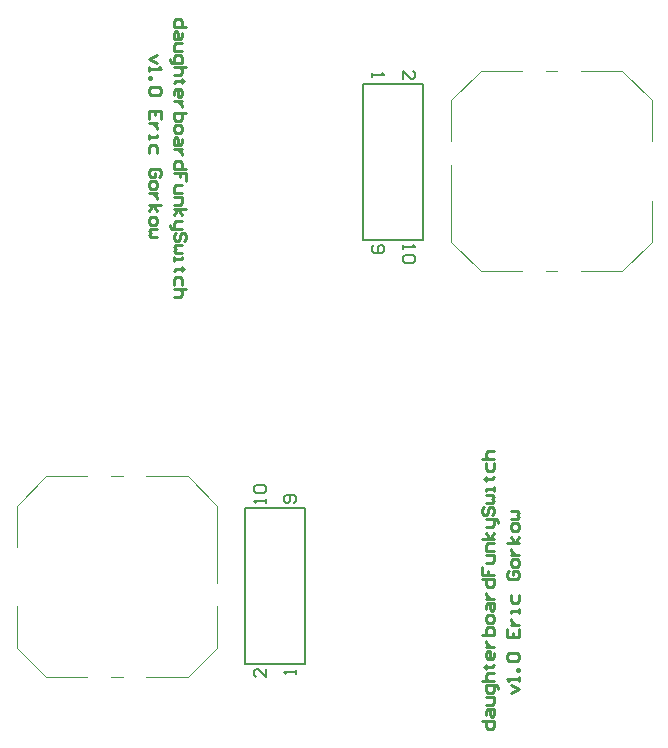
<source format=gto>
G04*
G04 #@! TF.GenerationSoftware,Altium Limited,Altium Designer,18.1.11 (251)*
G04*
G04 Layer_Color=65535*
%FSLAX25Y25*%
%MOIN*%
G70*
G01*
G75*
%ADD10C,0.00787*%
%ADD11C,0.00394*%
%ADD12C,0.01000*%
%ADD13C,0.00600*%
D10*
X234028Y249858D02*
Y301826D01*
X214028Y249858D02*
X234028D01*
X214028D02*
Y301826D01*
X234028D01*
X174658Y108670D02*
X194658D01*
Y160639D01*
X174658D02*
X194658D01*
X174658Y108670D02*
Y160639D01*
D11*
X274814Y239420D02*
X278751D01*
X274814Y306349D02*
X278751D01*
X253160Y239420D02*
X266940D01*
X243318Y249262D02*
X253160Y239420D01*
X243318Y249262D02*
Y274853D01*
Y282727D02*
Y296506D01*
X253160Y306349D01*
X266940D01*
X286625Y239420D02*
X300404D01*
X310247Y249262D01*
Y263042D01*
Y282727D02*
Y296506D01*
X300404Y306349D02*
X310247Y296506D01*
X286625Y306349D02*
X300404D01*
X129926Y171075D02*
X133863D01*
X129926Y104146D02*
X133863D01*
X141737Y171075D02*
X155516D01*
X165359Y161232D01*
Y135642D02*
Y161232D01*
Y113988D02*
Y127768D01*
X155516Y104146D02*
X165359Y113988D01*
X141737Y104146D02*
X155516D01*
X108272Y171075D02*
X122052D01*
X98430Y161232D02*
X108272Y171075D01*
X98430Y147453D02*
Y161232D01*
Y113988D02*
Y127768D01*
Y113988D02*
X108272Y104146D01*
X122052D01*
D12*
X155030Y320829D02*
X151031D01*
Y322829D01*
X151698Y323495D01*
X153031D01*
X153697Y322829D01*
Y320829D01*
Y318830D02*
Y317497D01*
X153031Y316830D01*
X151031D01*
Y318830D01*
X151698Y319496D01*
X152364Y318830D01*
Y316830D01*
X153697Y315498D02*
X151698D01*
X151031Y314831D01*
Y312832D01*
X153697D01*
X149698Y310166D02*
Y309500D01*
X150365Y308833D01*
X153697D01*
Y310832D01*
X153031Y311499D01*
X151698D01*
X151031Y310832D01*
Y308833D01*
X155030Y307500D02*
X151031D01*
X153031D01*
X153697Y306834D01*
Y305501D01*
X153031Y304834D01*
X151031D01*
X154364Y302835D02*
X153697D01*
Y303501D01*
Y302168D01*
Y302835D01*
X151698D01*
X151031Y302168D01*
Y298170D02*
Y299503D01*
X151698Y300169D01*
X153031D01*
X153697Y299503D01*
Y298170D01*
X153031Y297503D01*
X152364D01*
Y300169D01*
X153697Y296170D02*
X151031D01*
X152364D01*
X153031Y295504D01*
X153697Y294838D01*
Y294171D01*
X155030Y292172D02*
X151031D01*
Y290172D01*
X151698Y289506D01*
X152364D01*
X153031D01*
X153697Y290172D01*
Y292172D01*
X151031Y287507D02*
Y286174D01*
X151698Y285507D01*
X153031D01*
X153697Y286174D01*
Y287507D01*
X153031Y288173D01*
X151698D01*
X151031Y287507D01*
X153697Y283508D02*
Y282175D01*
X153031Y281508D01*
X151031D01*
Y283508D01*
X151698Y284174D01*
X152364Y283508D01*
Y281508D01*
X153697Y280176D02*
X151031D01*
X152364D01*
X153031Y279509D01*
X153697Y278843D01*
Y278176D01*
X155030Y273511D02*
X151031D01*
Y275510D01*
X151698Y276177D01*
X153031D01*
X153697Y275510D01*
Y273511D01*
X155030Y269512D02*
Y272178D01*
X153031D01*
Y270845D01*
Y272178D01*
X151031D01*
X153697Y268179D02*
X151698D01*
X151031Y267513D01*
Y265514D01*
X153697D01*
X151031Y264181D02*
X153697D01*
Y262181D01*
X153031Y261515D01*
X151031D01*
Y260182D02*
X155030D01*
X152364D02*
X153697Y258183D01*
X152364Y260182D02*
X151031Y258183D01*
X153697Y256183D02*
X151698D01*
X151031Y255517D01*
Y253518D01*
X150365D01*
X149698Y254184D01*
Y254851D01*
X151031Y253518D02*
X153697D01*
X154364Y249519D02*
X155030Y250185D01*
Y251518D01*
X154364Y252185D01*
X153697D01*
X153031Y251518D01*
Y250185D01*
X152364Y249519D01*
X151698D01*
X151031Y250185D01*
Y251518D01*
X151698Y252185D01*
X153697Y248186D02*
X151698D01*
X151031Y247519D01*
X151698Y246853D01*
X151031Y246187D01*
X151698Y245520D01*
X153697D01*
X151031Y244187D02*
Y242854D01*
Y243521D01*
X153697D01*
Y244187D01*
X154364Y240189D02*
X153697D01*
Y240855D01*
Y239522D01*
Y240189D01*
X151698D01*
X151031Y239522D01*
X153697Y234857D02*
Y236856D01*
X153031Y237523D01*
X151698D01*
X151031Y236856D01*
Y234857D01*
X155030Y233524D02*
X151031D01*
X153031D01*
X153697Y232857D01*
Y231525D01*
X153031Y230858D01*
X151031D01*
X145166Y311499D02*
X142500Y310166D01*
X145166Y308833D01*
X142500Y307500D02*
Y306167D01*
Y306834D01*
X146499D01*
X145832Y307500D01*
X142500Y304168D02*
X143166D01*
Y303501D01*
X142500D01*
Y304168D01*
X145832Y300836D02*
X146499Y300169D01*
Y298836D01*
X145832Y298170D01*
X143166D01*
X142500Y298836D01*
Y300169D01*
X143166Y300836D01*
X145832D01*
X146499Y290172D02*
Y292838D01*
X142500D01*
Y290172D01*
X144499Y292838D02*
Y291505D01*
X145166Y288840D02*
X142500D01*
X143833D01*
X144499Y288173D01*
X145166Y287507D01*
Y286840D01*
X142500Y284841D02*
Y283508D01*
Y284174D01*
X145166D01*
Y284841D01*
Y278843D02*
Y280842D01*
X144499Y281508D01*
X143166D01*
X142500Y280842D01*
Y278843D01*
X145832Y270845D02*
X146499Y271512D01*
Y272845D01*
X145832Y273511D01*
X143166D01*
X142500Y272845D01*
Y271512D01*
X143166Y270845D01*
X144499D01*
Y272178D01*
X142500Y268846D02*
Y267513D01*
X143166Y266847D01*
X144499D01*
X145166Y267513D01*
Y268846D01*
X144499Y269512D01*
X143166D01*
X142500Y268846D01*
X145166Y265514D02*
X142500D01*
X143833D01*
X144499Y264847D01*
X145166Y264181D01*
Y263514D01*
X142500Y261515D02*
X146499D01*
X143833D02*
X145166Y259516D01*
X143833Y261515D02*
X142500Y259516D01*
Y256850D02*
Y255517D01*
X143166Y254851D01*
X144499D01*
X145166Y255517D01*
Y256850D01*
X144499Y257516D01*
X143166D01*
X142500Y256850D01*
X145166Y253518D02*
X143166D01*
X142500Y252851D01*
X143166Y252185D01*
X142500Y251518D01*
X143166Y250852D01*
X145166D01*
X253470Y89666D02*
X257469D01*
Y87666D01*
X256802Y87000D01*
X255469D01*
X254803Y87666D01*
Y89666D01*
Y91665D02*
Y92998D01*
X255469Y93664D01*
X257469D01*
Y91665D01*
X256802Y90999D01*
X256136Y91665D01*
Y93664D01*
X254803Y94997D02*
X256802D01*
X257469Y95664D01*
Y97663D01*
X254803D01*
X258802Y100329D02*
Y100996D01*
X258135Y101662D01*
X254803D01*
Y99663D01*
X255469Y98996D01*
X256802D01*
X257469Y99663D01*
Y101662D01*
X253470Y102995D02*
X257469D01*
X255469D01*
X254803Y103661D01*
Y104994D01*
X255469Y105661D01*
X257469D01*
X254136Y107660D02*
X254803D01*
Y106994D01*
Y108326D01*
Y107660D01*
X256802D01*
X257469Y108326D01*
Y112325D02*
Y110992D01*
X256802Y110326D01*
X255469D01*
X254803Y110992D01*
Y112325D01*
X255469Y112992D01*
X256136D01*
Y110326D01*
X254803Y114324D02*
X257469D01*
X256136D01*
X255469Y114991D01*
X254803Y115657D01*
Y116324D01*
X253470Y118323D02*
X257469D01*
Y120323D01*
X256802Y120989D01*
X256136D01*
X255469D01*
X254803Y120323D01*
Y118323D01*
X257469Y122988D02*
Y124321D01*
X256802Y124988D01*
X255469D01*
X254803Y124321D01*
Y122988D01*
X255469Y122322D01*
X256802D01*
X257469Y122988D01*
X254803Y126987D02*
Y128320D01*
X255469Y128986D01*
X257469D01*
Y126987D01*
X256802Y126321D01*
X256136Y126987D01*
Y128986D01*
X254803Y130319D02*
X257469D01*
X256136D01*
X255469Y130986D01*
X254803Y131652D01*
Y132319D01*
X253470Y136984D02*
X257469D01*
Y134985D01*
X256802Y134318D01*
X255469D01*
X254803Y134985D01*
Y136984D01*
X253470Y140983D02*
Y138317D01*
X255469D01*
Y139650D01*
Y138317D01*
X257469D01*
X254803Y142315D02*
X256802D01*
X257469Y142982D01*
Y144981D01*
X254803D01*
X257469Y146314D02*
X254803D01*
Y148314D01*
X255469Y148980D01*
X257469D01*
Y150313D02*
X253470D01*
X256136D02*
X254803Y152312D01*
X256136Y150313D02*
X257469Y152312D01*
X254803Y154312D02*
X256802D01*
X257469Y154978D01*
Y156977D01*
X258135D01*
X258802Y156311D01*
Y155645D01*
X257469Y156977D02*
X254803D01*
X254136Y160976D02*
X253470Y160310D01*
Y158977D01*
X254136Y158310D01*
X254803D01*
X255469Y158977D01*
Y160310D01*
X256136Y160976D01*
X256802D01*
X257469Y160310D01*
Y158977D01*
X256802Y158310D01*
X254803Y162309D02*
X256802D01*
X257469Y162976D01*
X256802Y163642D01*
X257469Y164308D01*
X256802Y164975D01*
X254803D01*
X257469Y166308D02*
Y167641D01*
Y166974D01*
X254803D01*
Y166308D01*
X254136Y170307D02*
X254803D01*
Y169640D01*
Y170973D01*
Y170307D01*
X256802D01*
X257469Y170973D01*
X254803Y175638D02*
Y173639D01*
X255469Y172972D01*
X256802D01*
X257469Y173639D01*
Y175638D01*
X253470Y176971D02*
X257469D01*
X255469D01*
X254803Y177637D01*
Y178970D01*
X255469Y179637D01*
X257469D01*
X263334Y98996D02*
X266000Y100329D01*
X263334Y101662D01*
X266000Y102995D02*
Y104328D01*
Y103661D01*
X262001D01*
X262668Y102995D01*
X266000Y106327D02*
X265334D01*
Y106994D01*
X266000D01*
Y106327D01*
X262668Y109659D02*
X262001Y110326D01*
Y111659D01*
X262668Y112325D01*
X265334D01*
X266000Y111659D01*
Y110326D01*
X265334Y109659D01*
X262668D01*
X262001Y120323D02*
Y117657D01*
X266000D01*
Y120323D01*
X264001Y117657D02*
Y118990D01*
X263334Y121655D02*
X266000D01*
X264667D01*
X264001Y122322D01*
X263334Y122988D01*
Y123655D01*
X266000Y125654D02*
Y126987D01*
Y126321D01*
X263334D01*
Y125654D01*
Y131652D02*
Y129653D01*
X264001Y128987D01*
X265334D01*
X266000Y129653D01*
Y131652D01*
X262668Y139650D02*
X262001Y138983D01*
Y137650D01*
X262668Y136984D01*
X265334D01*
X266000Y137650D01*
Y138983D01*
X265334Y139650D01*
X264001D01*
Y138317D01*
X266000Y141649D02*
Y142982D01*
X265334Y143648D01*
X264001D01*
X263334Y142982D01*
Y141649D01*
X264001Y140983D01*
X265334D01*
X266000Y141649D01*
X263334Y144981D02*
X266000D01*
X264667D01*
X264001Y145648D01*
X263334Y146314D01*
Y146981D01*
X266000Y148980D02*
X262001D01*
X264667D02*
X263334Y150979D01*
X264667Y148980D02*
X266000Y150979D01*
Y153645D02*
Y154978D01*
X265334Y155645D01*
X264001D01*
X263334Y154978D01*
Y153645D01*
X264001Y152979D01*
X265334D01*
X266000Y153645D01*
X263334Y156977D02*
X265334D01*
X266000Y157644D01*
X265334Y158310D01*
X266000Y158977D01*
X265334Y159643D01*
X263334D01*
D13*
X227177Y303530D02*
Y306196D01*
X229843Y303530D01*
X230510D01*
X231176Y304197D01*
Y305530D01*
X230510Y306196D01*
X216941Y305409D02*
Y304076D01*
Y304742D01*
X220940D01*
X220273Y305409D01*
X227177Y248243D02*
Y246911D01*
Y247577D01*
X231176D01*
X230510Y248243D01*
Y244911D02*
X231176Y244245D01*
Y242912D01*
X230510Y242245D01*
X227844D01*
X227177Y242912D01*
Y244245D01*
X227844Y244911D01*
X230510D01*
X217607Y248243D02*
X216941Y247577D01*
Y246244D01*
X217607Y245578D01*
X220273D01*
X220940Y246244D01*
Y247577D01*
X220273Y248243D01*
X219607D01*
X218940Y247577D01*
Y245578D01*
X191078Y162253D02*
X191744Y162919D01*
Y164252D01*
X191078Y164918D01*
X188412D01*
X187745Y164252D01*
Y162919D01*
X188412Y162253D01*
X189078D01*
X189745Y162919D01*
Y164918D01*
X181508Y162253D02*
Y163586D01*
Y162919D01*
X177509D01*
X178176Y162253D01*
Y165585D02*
X177509Y166251D01*
Y167584D01*
X178176Y168251D01*
X180842D01*
X181508Y167584D01*
Y166251D01*
X180842Y165585D01*
X178176D01*
X191744Y105087D02*
Y106420D01*
Y105754D01*
X187745D01*
X188412Y105087D01*
X181508Y106966D02*
Y104300D01*
X178842Y106966D01*
X178176D01*
X177509Y106299D01*
Y104966D01*
X178176Y104300D01*
M02*

</source>
